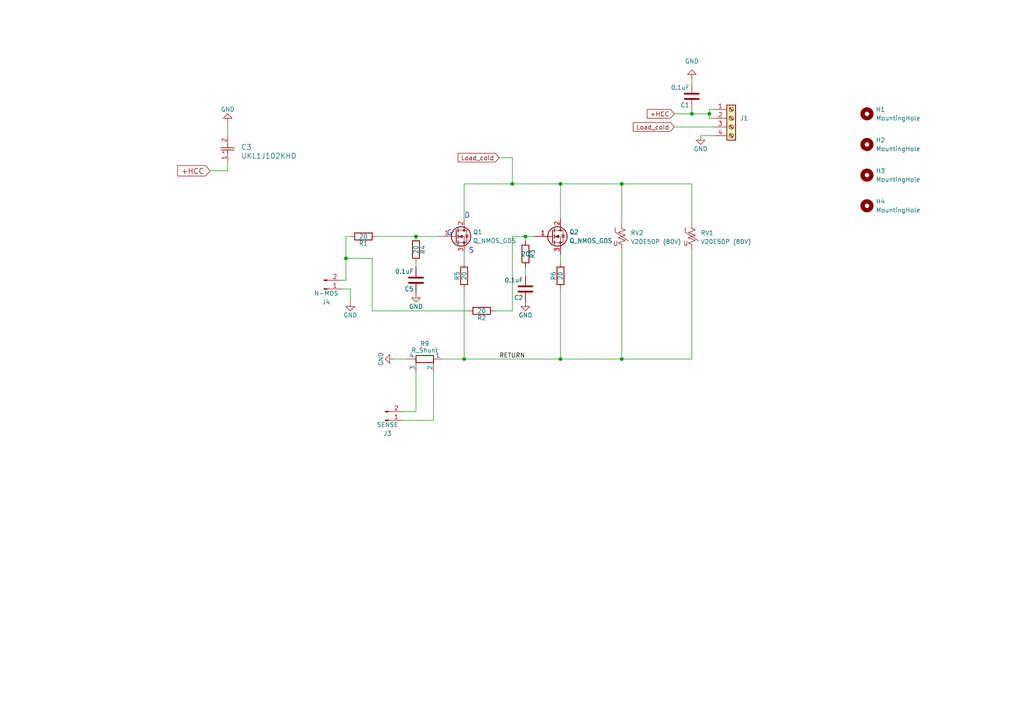
<source format=kicad_sch>
(kicad_sch (version 20231120) (generator "eeschema") (generator_version "8.0")
  (paper "A4")
  (lib_symbols
    (symbol "Capacitors:UKL1J102KHD" (pin_names (offset 0.254))
      (property "Reference" "C" (at 3.81 3.81 0))
      (property "Value" "UKL1J102KHD" (at 3.81 -3.81 0))
      (symbol "UKL1J102KHD_1_1"
        (polyline (pts (xy 2.54 0) (xy 3.4798 0)) (stroke (width 0.2032)))
        (polyline (pts (xy 2.54 1.27) (xy 3.175 1.27)) (stroke (width 0.127)))
        (polyline (pts (xy 2.8575 1.5875) (xy 2.8575 0.9525)) (stroke (width 0.127)))
        (polyline (pts (xy 3.4798 -1.905) (xy 3.4798 1.905)) (stroke (width 0.2032)))
        (polyline (pts (xy 4.1148 -1.905) (xy 4.1148 1.905)) (stroke (width 0.2032)))
        (polyline (pts (xy 4.1148 0) (xy 5.08 0)) (stroke (width 0.2032)))
        (pin unspecified line (at 0 0 0) (length 2.54) (name "") (number "1"))
        (pin unspecified line (at 7.62 0 180) (length 2.54) (name "") (number "2"))
      )
      (symbol "UKL1J102KHD_1_2"
        (polyline (pts (xy -1.905 -4.1148) (xy 1.905 -4.1148)) (stroke (width 0.2032)))
        (polyline (pts (xy -1.905 -3.4798) (xy 1.905 -3.4798)) (stroke (width 0.2032)))
        (polyline (pts (xy 0 -4.1148) (xy 0 -5.08)) (stroke (width 0.2032)))
        (polyline (pts (xy 0 -2.54) (xy 0 -3.4798)) (stroke (width 0.2032)))
        (polyline (pts (xy 0.3175 -1.5875) (xy 0.9525 -1.5875)) (stroke (width 0.127)))
        (polyline (pts (xy 0.635 -1.27) (xy 0.635 -1.905)) (stroke (width 0.127)))
        (pin unspecified line (at 0 0 270) (length 2.54) (name "") (number "1"))
        (pin unspecified line (at 0 -7.62 90) (length 2.54) (name "") (number "2"))
      )
    )
    (symbol "Connector:Conn_01x02_Pin" (pin_names (offset 1.016) hide)
      (property "Reference" "J" (at 0 2.54 0))
      (property "Value" "Conn_01x02_Pin" (at 0 -5.08 0))
      (symbol "Conn_01x02_Pin_1_1"
        (polyline (pts (xy 1.27 -2.54) (xy 0.8636 -2.54)) (stroke (width 0.1524)))
        (polyline (pts (xy 1.27 0) (xy 0.8636 0)) (stroke (width 0.1524)))
        (rectangle (start 0.8636 -2.413) (end 0 -2.667) (stroke (width 0.1524)) (fill (type outline)))
        (rectangle (start 0.8636 0.127) (end 0 -0.127) (stroke (width 0.1524)) (fill (type outline)))
        (pin passive line (at 5.08 0 180) (length 3.81) (name "Pin_1") (number "1"))
        (pin passive line (at 5.08 -2.54 180) (length 3.81) (name "Pin_2") (number "2"))
      )
    )
    (symbol "Connector:Screw_Terminal_01x04" (pin_names (offset 1.016) hide)
      (property "Reference" "J" (at 0 5.08 0))
      (property "Value" "Screw_Terminal_01x04" (at 0 -7.62 0))
      (symbol "Screw_Terminal_01x04_1_1"
        (rectangle (start -1.27 3.81) (end 1.27 -6.35) (stroke (width 0.254)) (fill (type background)))
        (circle (center 0 -5.08) (radius 0.635) (stroke (width 0.1524)))
        (circle (center 0 -2.54) (radius 0.635) (stroke (width 0.1524)))
        (polyline (pts (xy -0.5334 -4.7498) (xy 0.3302 -5.588)) (stroke (width 0.1524)))
        (polyline (pts (xy -0.5334 -2.2098) (xy 0.3302 -3.048)) (stroke (width 0.1524)))
        (polyline (pts (xy -0.5334 0.3302) (xy 0.3302 -0.508)) (stroke (width 0.1524)))
        (polyline (pts (xy -0.5334 2.8702) (xy 0.3302 2.032)) (stroke (width 0.1524)))
        (polyline (pts (xy -0.3556 -4.572) (xy 0.508 -5.4102)) (stroke (width 0.1524)))
        (polyline (pts (xy -0.3556 -2.032) (xy 0.508 -2.8702)) (stroke (width 0.1524)))
        (polyline (pts (xy -0.3556 0.508) (xy 0.508 -0.3302)) (stroke (width 0.1524)))
        (polyline (pts (xy -0.3556 3.048) (xy 0.508 2.2098)) (stroke (width 0.1524)))
        (circle (center 0 0) (radius 0.635) (stroke (width 0.1524)))
        (circle (center 0 2.54) (radius 0.635) (stroke (width 0.1524)))
        (pin passive line (at -5.08 2.54 0) (length 3.81) (name "Pin_1") (number "1"))
        (pin passive line (at -5.08 0 0) (length 3.81) (name "Pin_2") (number "2"))
        (pin passive line (at -5.08 -2.54 0) (length 3.81) (name "Pin_3") (number "3"))
        (pin passive line (at -5.08 -5.08 0) (length 3.81) (name "Pin_4") (number "4"))
      )
    )
    (symbol "Device:Varistor_US" (pin_numbers hide) (pin_names (offset 0))
      (property "Reference" "RV" (at 3.175 0 90))
      (property "Value" "Varistor_US" (at -3.175 0 90))
      (symbol "Varistor_US_0_0"
        (text "U" (at -1.778 -2.032 0) (effects (font (size 1.27 1.27))))
      )
      (symbol "Varistor_US_0_1"
        (polyline (pts (xy 0 -2.286) (xy 0 -2.54)))
        (polyline (pts (xy 0 2.286) (xy 0 2.54)))
        (polyline (pts (xy -1.905 2.54) (xy -1.905 1.27) (xy 1.905 -1.27)))
        (polyline (pts (xy 0 -0.762) (xy 1.016 -1.143) (xy 0 -1.524) (xy -1.016 -1.905) (xy 0 -2.286)))
        (polyline (pts (xy 0 0.762) (xy 1.016 0.381) (xy 0 0) (xy -1.016 -0.381) (xy 0 -0.762)))
        (polyline (pts (xy 0 2.286) (xy 1.016 1.905) (xy 0 1.524) (xy -1.016 1.143) (xy 0 0.762)))
      )
      (symbol "Varistor_US_1_1"
        (pin passive line (at 0 3.81 270) (length 1.27) (name "~") (number "1"))
        (pin passive line (at 0 -3.81 90) (length 1.27) (name "~") (number "2"))
      )
    )
    (symbol "Mechanical:MountingHole" (pin_names (offset 1.016))
      (property "Reference" "H" (at 0 5.08 0))
      (property "Value" "MountingHole" (at 0 3.175 0))
      (symbol "MountingHole_0_1"
        (circle (center 0 0) (radius 1.27) (stroke (width 1.27)))
      )
    )
    (symbol "power:GND" (power) (pin_names (offset 0))
      (property "Value" "GND" (at 0 -3.81 0))
      (symbol "GND_0_1"
        (polyline (pts (xy 0 0) (xy 0 -1.27) (xy 1.27 -1.27) (xy 0 -2.54) (xy -1.27 -1.27) (xy 0 -1.27)))
      )
      (symbol "GND_1_1"
        (pin power_in line (at 0 0 270) (length 0) hide (name "GND") (number "1"))
      )
    )
    (symbol "rear-rescue:C-rear-rescue" (pin_numbers hide) (pin_names (offset 0.254))
      (property "Reference" "C" (at 0.635 2.54 0))
      (property "Value" "rear-rescue_C" (at 0.635 -2.54 0))
      (symbol "C-rear-rescue_0_1"
        (polyline (pts (xy -2.032 -0.762) (xy 2.032 -0.762)) (stroke (width 0.508)))
        (polyline (pts (xy -2.032 0.762) (xy 2.032 0.762)) (stroke (width 0.508)))
      )
      (symbol "C-rear-rescue_1_1"
        (pin passive line (at 0 3.81 270) (length 2.794) (name "~") (number "1"))
        (pin passive line (at 0 -3.81 90) (length 2.794) (name "~") (number "2"))
      )
    )
    (symbol "rear-rescue:GND-rear-rescue" (power) (pin_names (offset 0))
      (property "Value" "GND-rear-rescue" (at 0 -3.81 0))
      (symbol "GND-rear-rescue_0_1"
        (polyline (pts (xy 0 0) (xy 0 -1.27) (xy 1.27 -1.27) (xy 0 -2.54) (xy -1.27 -1.27) (xy 0 -1.27)))
      )
      (symbol "GND-rear-rescue_1_1"
        (pin power_in line (at 0 0 270) (length 0) hide (name "GND") (number "1"))
      )
    )
    (symbol "rear-rescue:Q_NMOS_GDS-rear-rescue" (pin_names (offset 0) hide)
      (property "Reference" "Q" (at 5.08 1.27 0))
      (property "Value" "rear-rescue_Q_NMOS_GDS" (at 5.08 -1.27 0))
      (symbol "Q_NMOS_GDS-rear-rescue_0_1"
        (polyline (pts (xy 0.0508 0) (xy 0.254 0)))
        (polyline (pts (xy 0.762 -1.778) (xy 2.54 -1.778)))
        (polyline (pts (xy 0.762 -1.27) (xy 0.762 -2.286)) (stroke (width 0.254)))
        (polyline (pts (xy 0.762 0) (xy 2.54 0)))
        (polyline (pts (xy 0.762 0.508) (xy 0.762 -0.508)) (stroke (width 0.254)))
        (polyline (pts (xy 0.762 1.778) (xy 2.54 1.778)))
        (polyline (pts (xy 0.762 2.286) (xy 0.762 1.27)) (stroke (width 0.254)))
        (polyline (pts (xy 2.54 -1.778) (xy 2.54 -2.54)))
        (polyline (pts (xy 2.54 -1.778) (xy 2.54 0)))
        (polyline (pts (xy 2.54 2.54) (xy 2.54 1.778)))
        (polyline (pts (xy 0.254 1.905) (xy 0.254 -1.905) (xy 0.254 -1.905)) (stroke (width 0.254)))
        (polyline (pts (xy 1.016 0) (xy 2.032 0.381) (xy 2.032 -0.381) (xy 1.016 0)) (fill (type outline)))
        (polyline (pts (xy 2.54 -1.778) (xy 3.302 -1.778) (xy 3.302 1.778) (xy 2.54 1.778)))
        (polyline (pts (xy 2.794 0.508) (xy 2.921 0.381) (xy 3.683 0.381) (xy 3.81 0.254)))
        (polyline (pts (xy 3.302 0.381) (xy 2.921 -0.254) (xy 3.683 -0.254) (xy 3.302 0.381)))
        (circle (center 1.651 0) (radius 2.8194) (stroke (width 0.254)))
        (circle (center 2.54 -1.778) (radius 0.2794) (fill (type outline)))
        (circle (center 2.54 1.778) (radius 0.2794) (fill (type outline)))
      )
      (symbol "Q_NMOS_GDS-rear-rescue_1_1"
        (pin input line (at -5.08 0 0) (length 5.08) (name "G") (number "1"))
        (pin passive line (at 2.54 5.08 270) (length 2.54) (name "D") (number "2"))
        (pin passive line (at 2.54 -5.08 90) (length 2.54) (name "S") (number "3"))
      )
    )
    (symbol "rear-rescue:R-rear-rescue" (pin_numbers hide) (pin_names (offset 0))
      (property "Reference" "R" (at 2.032 0 90))
      (property "Value" "rear-rescue_R" (at 0 0 90))
      (symbol "R-rear-rescue_0_1"
        (rectangle (start -1.016 -2.54) (end 1.016 2.54) (stroke (width 0.254)))
      )
      (symbol "R-rear-rescue_1_1"
        (pin passive line (at 0 3.81 270) (length 1.27) (name "~") (number "1"))
        (pin passive line (at 0 -3.81 90) (length 1.27) (name "~") (number "2"))
      )
    )
    (symbol "rear-rescue:R_Shunt-rear-rescue" (pin_numbers hide) (pin_names (offset 0))
      (property "Reference" "R" (at -4.445 0 90))
      (property "Value" "rear-rescue_R_Shunt" (at -2.54 0 90))
      (symbol "R_Shunt-rear-rescue_0_1"
        (rectangle (start -1.016 -2.54) (end 1.016 2.54) (stroke (width 0.254)))
        (polyline (pts (xy 0 -2.54) (xy 1.27 -2.54)))
        (polyline (pts (xy 1.27 2.54) (xy 0 2.54)))
      )
      (symbol "R_Shunt-rear-rescue_1_1"
        (pin passive line (at 0 5.08 270) (length 2.54) (name "1") (number "1"))
        (pin passive line (at 3.81 2.54 180) (length 2.54) (name "2") (number "2"))
        (pin passive line (at 3.81 -2.54 180) (length 2.54) (name "3") (number "3"))
        (pin passive line (at 0 -5.08 90) (length 2.54) (name "4") (number "4"))
      )
    )
  )
  (junction (at 120.65 68.58))
  (junction (at 162.56 53.34))
  (junction (at 162.56 104.14))
  (junction (at 180.34 53.34))
  (junction (at 205.74 33.02))
  (junction (at 148.59 53.34))
  (junction (at 180.34 104.14))
  (junction (at 100.33 74.93))
  (junction (at 134.62 104.14))
  (junction (at 200.66 33.02))
  (junction (at 152.4 68.58))
  (wire (pts (xy 66.04 49.53) (xy 66.04 46.99)))
  (wire (pts (xy 162.56 53.34) (xy 180.34 53.34)))
  (wire (pts (xy 200.66 22.86) (xy 200.66 24.13)))
  (wire (pts (xy 152.4 77.47) (xy 152.4 80.01)))
  (wire (pts (xy 116.84 121.92) (xy 125.73 121.92)))
  (wire (pts (xy 144.78 45.72) (xy 148.59 45.72)))
  (wire (pts (xy 128.27 104.14) (xy 134.62 104.14)))
  (wire (pts (xy 60.96 49.53) (xy 66.04 49.53)))
  (wire (pts (xy 134.62 53.34) (xy 148.59 53.34)))
  (wire (pts (xy 180.34 64.77) (xy 180.34 53.34)))
  (wire (pts (xy 162.56 53.34) (xy 162.56 63.5)))
  (wire (pts (xy 152.4 68.58) (xy 152.4 69.85)))
  (wire (pts (xy 180.34 104.14) (xy 162.56 104.14)))
  (wire (pts (xy 162.56 73.66) (xy 162.56 76.2)))
  (wire (pts (xy 66.04 35.56) (xy 66.04 39.37)))
  (wire (pts (xy 148.59 90.17) (xy 148.59 68.58)))
  (wire (pts (xy 180.34 72.39) (xy 180.34 104.14)))
  (wire (pts (xy 109.22 68.58) (xy 120.65 68.58)))
  (wire (pts (xy 143.51 90.17) (xy 148.59 90.17)))
  (wire (pts (xy 148.59 45.72) (xy 148.59 53.34)))
  (wire (pts (xy 205.74 31.75) (xy 205.74 33.02)))
  (wire (pts (xy 120.65 68.58) (xy 127 68.58)))
  (wire (pts (xy 195.58 33.02) (xy 200.66 33.02)))
  (wire (pts (xy 99.06 83.82) (xy 101.6 83.82)))
  (wire (pts (xy 200.66 33.02) (xy 205.74 33.02)))
  (wire (pts (xy 125.73 107.95) (xy 125.73 121.92)))
  (wire (pts (xy 148.59 68.58) (xy 152.4 68.58)))
  (wire (pts (xy 134.62 73.66) (xy 134.62 76.2)))
  (wire (pts (xy 107.95 74.93) (xy 100.33 74.93)))
  (wire (pts (xy 162.56 104.14) (xy 134.62 104.14)))
  (wire (pts (xy 152.4 68.58) (xy 154.94 68.58)))
  (wire (pts (xy 100.33 68.58) (xy 100.33 74.93)))
  (wire (pts (xy 118.11 104.14) (xy 114.3 104.14)))
  (wire (pts (xy 205.74 34.29) (xy 205.74 33.02)))
  (wire (pts (xy 148.59 53.34) (xy 162.56 53.34)))
  (wire (pts (xy 100.33 74.93) (xy 100.33 81.28)))
  (wire (pts (xy 203.2 39.37) (xy 207.01 39.37)))
  (wire (pts (xy 107.95 90.17) (xy 135.89 90.17)))
  (wire (pts (xy 180.34 53.34) (xy 200.66 53.34)))
  (wire (pts (xy 200.66 104.14) (xy 180.34 104.14)))
  (wire (pts (xy 195.58 36.83) (xy 207.01 36.83)))
  (wire (pts (xy 205.74 31.75) (xy 207.01 31.75)))
  (wire (pts (xy 107.95 90.17) (xy 107.95 74.93)))
  (wire (pts (xy 120.65 107.95) (xy 120.65 119.38)))
  (wire (pts (xy 162.56 83.82) (xy 162.56 104.14)))
  (wire (pts (xy 200.66 64.77) (xy 200.66 53.34)))
  (wire (pts (xy 134.62 53.34) (xy 134.62 63.5)))
  (wire (pts (xy 101.6 68.58) (xy 100.33 68.58)))
  (wire (pts (xy 120.65 76.2) (xy 120.65 77.47)))
  (wire (pts (xy 200.66 72.39) (xy 200.66 104.14)))
  (wire (pts (xy 101.6 83.82) (xy 101.6 87.63)))
  (wire (pts (xy 200.66 31.75) (xy 200.66 33.02)))
  (wire (pts (xy 134.62 83.82) (xy 134.62 104.14)))
  (wire (pts (xy 99.06 81.28) (xy 100.33 81.28)))
  (wire (pts (xy 207.01 34.29) (xy 205.74 34.29)))
  (wire (pts (xy 116.84 119.38) (xy 120.65 119.38)))
  (text "G" (at 129.54 68.58 0) (effects (font (size 1.524 1.524)) (justify left bottom)))
  (text "S" (at 135.89 73.66 0) (effects (font (size 1.524 1.524)) (justify left bottom)))
  (text "D" (at 134.62 63.5 0) (effects (font (size 1.524 1.524)) (justify left bottom)))
  (label "RETURN" (at 144.78 104.14 0))
  (global_label "+HCC" (shape input) (at 195.58 33.02 180) (property "Intersheetrefs" "${INTERSHEET_REFS}" (effects (hide yes))))
  (global_label "Load_cold" (shape input) (at 144.78 45.72 180) (property "Intersheetrefs" "${INTERSHEET_REFS}" (effects (hide yes))))
  (global_label "Load_cold" (shape input) (at 195.58 36.83 180) (property "Intersheetrefs" "${INTERSHEET_REFS}" (effects (hide yes))))
  (global_label "+HCC" (shape input) (at 60.96 49.53 180) (effects (font (size 1.524 1.524))) (property "Intersheetrefs" "${INTERSHEET_REFS}" (effects (hide yes))))
  (symbol (lib_id "rear-rescue:Q_NMOS_GDS-rear-rescue") (at 132.08 68.58 0) (unit 1)
    (property "Reference" "Q1" (at 137.16 67.31 0) (effects (justify left)))
    (property "Value" "Q_NMOS_GDS" (at 137.16 69.85 0) (effects (justify left)))
    (property "Footprint" "zmyfootprint:PowerMOS" (effects (hide yes)))
    (property "DIGIKEY PARTNO" "IXFN520N075T2-ND" (effects (hide yes)))
  )
  (symbol (lib_id "rear-rescue:R_Shunt-rear-rescue") (at 123.19 104.14 270) (unit 1)
    (property "Reference" "R9" (at 123.19 99.695 90))
    (property "Value" "R_Shunt" (at 123.19 101.6 90))
    (property "Footprint" "Resistor_THT:SIP-4-ShuntResistor-Riedon" (effects (hide yes)))
  )
  (symbol (lib_id "rear-rescue:GND-rear-rescue") (at 114.3 104.14 270) (unit 1)
    (property "Reference" "#PWR05" (effects (hide yes)))
    (property "Value" "GND" (at 110.49 104.14 0))
  )
  (symbol (lib_id "rear-rescue:GND-rear-rescue") (at 66.04 35.56 180) (unit 1)
    (property "Reference" "#PWR06" (effects (hide yes)))
    (property "Value" "GND" (at 66.04 31.75 0))
  )
  (symbol (lib_id "rear-rescue:C-rear-rescue") (at 120.65 81.28 180) (unit 1)
    (property "Reference" "C5" (at 120.015 83.82 0) (effects (justify left)))
    (property "Value" "0.1uF" (at 120.015 78.74 0) (effects (justify left)))
    (property "Footprint" "Capacitor_SMD:C_0603_1608Metric" (effects (hide yes)))
    (property "DIGIKEY PARTNO" "399-6853-1-ND" (effects (hide yes)))
    (property "MPN" "C0603C104J5RACAUTO" (effects (hide yes)))
  )
  (symbol (lib_id "rear-rescue:R-rear-rescue") (at 105.41 68.58 270) (unit 1)
    (property "Reference" "R1" (at 105.41 70.612 90))
    (property "Value" "20" (at 105.41 68.58 90))
    (property "Footprint" "Resistor_SMD:R_0603_1608Metric_Pad0.98x0.95mm_HandSolder" (effects (hide yes)))
    (property "DIGIKEY PARTNO" "P20.00BYCT-ND" (effects (hide yes)))
  )
  (symbol (lib_id "power:GND") (at 200.66 22.86 0) (mirror x) (unit 1)
    (property "Reference" "#PWR03" (effects (hide yes)))
    (property "Value" "GND" (at 200.66 17.78 0))
  )
  (symbol (lib_id "Mechanical:MountingHole") (at 251.46 50.8 0) (unit 1)
    (property "Reference" "H3" (at 254 49.53 0) (effects (justify left)))
    (property "Value" "MountingHole" (at 254 52.07 0) (effects (justify left)))
    (property "Footprint" "MountingHole:MountingHole_4mm" (effects (hide yes)))
  )
  (symbol (lib_id "Connector:Screw_Terminal_01x04") (at 212.09 34.29 0) (unit 1)
    (property "Reference" "J1" (at 214.63 34.2899 0) (effects (justify left)))
    (property "Value" "Screw_Terminal_01x04" (effects (hide yes)))
    (property "Footprint" "zmyfootprint:CONN_2453710000" (effects (hide yes)))
    (property "Description" "Generic screw terminal, single row, 01x04, script generated (kicad-library-utils/schlib/autogen/connector/)" (effects (hide yes)))
  )
  (symbol (lib_id "Device:Varistor_US") (at 180.34 68.58 0) (unit 1)
    (property "Reference" "RV2" (at 182.88 67.5667 0) (effects (justify left)))
    (property "Value" "V20E50P (80V)" (at 182.88 70.1067 0) (effects (justify left)))
    (property "Footprint" "Varistor:RV_Disc_D15.5mm_W7.5mm_P7.5mm" (effects (hide yes)))
    (property "Description" "Voltage dependent resistor, US symbol" (effects (hide yes)))
    (property "Sim.Name" "kicad_builtin_varistor" (effects (hide yes)))
    (property "Sim.Device" "SUBCKT" (effects (hide yes)))
    (property "Sim.Pins" "1=A 2=B" (effects (hide yes)))
    (property "Sim.Params" "threshold=1k" (effects (hide yes)))
    (property "Sim.Library" "${KICAD7_SYMBOL_DIR}/Simulation_SPICE.sp" (effects (hide yes)))
    (property "DIGIKEY" "F6901-ND" (effects (hide yes)))
    (property "PARTNO" "V20E50P" (effects (hide yes)))
  )
  (symbol (lib_id "rear-rescue:Q_NMOS_GDS-rear-rescue") (at 160.02 68.58 0) (unit 1)
    (property "Reference" "Q2" (at 165.1 67.31 0) (effects (justify left)))
    (property "Value" "Q_NMOS_GDS" (at 165.1 69.85 0) (effects (justify left)))
    (property "Footprint" "zmyfootprint:PowerMOS" (effects (hide yes)))
    (property "DIGIKEY PARTNO" "IXFN520N075T2-ND" (effects (hide yes)))
  )
  (symbol (lib_id "rear-rescue:R-rear-rescue") (at 139.7 90.17 270) (unit 1)
    (property "Reference" "R2" (at 139.7 92.202 90))
    (property "Value" "20" (at 139.7 90.17 90))
    (property "Footprint" "Resistor_SMD:R_0603_1608Metric_Pad0.98x0.95mm_HandSolder" (effects (hide yes)))
    (property "DIGIKEY PARTNO" "P20.00BYCT-ND" (effects (hide yes)))
  )
  (symbol (lib_id "Capacitors:UKL1J102KHD") (at 66.04 46.99 90) (unit 1)
    (property "Reference" "C3" (at 69.85 42.6847 90) (effects (font (size 1.524 1.524)) (justify right)))
    (property "Value" "UKL1J102KHD" (at 69.85 45.2247 90) (effects (font (size 1.524 1.524)) (justify right)))
    (property "Footprint" "CAP_UBY_18X35P5_NCH" (effects (hide yes)))
    (property "Datasheet" "UKL1J102KHD" (effects (hide yes)))
  )
  (symbol (lib_id "Connector:Conn_01x02_Pin") (at 111.76 121.92 0) (mirror x) (unit 1)
    (property "Reference" "J3" (at 112.395 125.73 0))
    (property "Value" "SENSE" (at 112.395 123.19 0))
    (property "Footprint" "Connector_PinHeader_2.54mm:PinHeader_1x02_P2.54mm_Vertical" (effects (hide yes)))
  )
  (symbol (lib_id "rear-rescue:C-rear-rescue") (at 152.4 83.82 180) (unit 1)
    (property "Reference" "C2" (at 151.765 86.36 0) (effects (justify left)))
    (property "Value" "0.1uF" (at 151.765 81.28 0) (effects (justify left)))
    (property "Footprint" "Capacitor_SMD:C_0603_1608Metric" (effects (hide yes)))
    (property "DIGIKEY PARTNO" "399-6853-1-ND" (effects (hide yes)))
    (property "MPN" "C0603C104J5RACAUTO" (effects (hide yes)))
  )
  (symbol (lib_id "rear-rescue:C-rear-rescue") (at 200.66 27.94 180) (unit 1)
    (property "Reference" "C1" (at 200.025 30.48 0) (effects (justify left)))
    (property "Value" "0.1uF" (at 200.025 25.4 0) (effects (justify left)))
    (property "Footprint" "Capacitor_SMD:C_0603_1608Metric" (effects (hide yes)))
    (property "DIGIKEY PARTNO" "399-6853-1-ND" (effects (hide yes)))
    (property "MPN" "C0603C104J5RACAUTO" (effects (hide yes)))
  )
  (symbol (lib_id "Mechanical:MountingHole") (at 251.46 41.91 0) (unit 1)
    (property "Reference" "H2" (at 254 40.64 0) (effects (justify left)))
    (property "Value" "MountingHole" (at 254 43.18 0) (effects (justify left)))
    (property "Footprint" "MountingHole:MountingHole_4mm" (effects (hide yes)))
  )
  (symbol (lib_id "rear-rescue:GND-rear-rescue") (at 152.4 87.63 0) (unit 1)
    (property "Reference" "#PWR04" (effects (hide yes)))
    (property "Value" "GND" (at 152.4 91.44 0))
  )
  (symbol (lib_id "Mechanical:MountingHole") (at 251.46 59.69 0) (unit 1)
    (property "Reference" "H4" (at 254 58.42 0) (effects (justify left)))
    (property "Value" "MountingHole" (at 254 60.96 0) (effects (justify left)))
    (property "Footprint" "MountingHole:MountingHole_4mm" (effects (hide yes)))
  )
  (symbol (lib_id "rear-rescue:GND-rear-rescue") (at 120.65 85.09 0) (unit 1)
    (property "Reference" "#PWR02" (effects (hide yes)))
    (property "Value" "GND" (at 120.65 88.9 0))
  )
  (symbol (lib_id "Mechanical:MountingHole") (at 251.46 33.02 0) (unit 1)
    (property "Reference" "H1" (at 254 31.75 0) (effects (justify left)))
    (property "Value" "MountingHole" (at 254 34.29 0) (effects (justify left)))
    (property "Footprint" "MountingHole:MountingHole_4mm" (effects (hide yes)))
  )
  (symbol (lib_id "rear-rescue:R-rear-rescue") (at 120.65 72.39 0) (unit 1)
    (property "Reference" "R4" (at 122.682 72.39 90))
    (property "Value" "20" (at 120.65 72.39 90))
    (property "Footprint" "Resistor_SMD:R_0603_1608Metric_Pad0.98x0.95mm_HandSolder" (effects (hide yes)))
    (property "DIGIKEY PARTNO" "P20.00BYCT-ND" (effects (hide yes)))
  )
  (symbol (lib_id "rear-rescue:R-rear-rescue") (at 152.4 73.66 0) (unit 1)
    (property "Reference" "R3" (at 154.432 73.66 90))
    (property "Value" "20" (at 152.4 73.66 0))
    (property "Footprint" "Resistor_SMD:R_0603_1608Metric_Pad0.98x0.95mm_HandSolder" (effects (hide yes)))
    (property "DIGIKEY PARTNO" "P20.00BYCT-ND" (effects (hide yes)))
  )
  (symbol (lib_id "Device:Varistor_US") (at 200.66 68.58 0) (unit 1)
    (property "Reference" "RV1" (at 203.2 67.5667 0) (effects (justify left)))
    (property "Value" "V20E50P (80V)" (at 203.2 70.1067 0) (effects (justify left)))
    (property "Footprint" "Varistor:RV_Disc_D15.5mm_W7.5mm_P7.5mm" (effects (hide yes)))
    (property "Description" "Voltage dependent resistor, US symbol" (effects (hide yes)))
    (property "Sim.Name" "kicad_builtin_varistor" (effects (hide yes)))
    (property "Sim.Device" "SUBCKT" (effects (hide yes)))
    (property "Sim.Pins" "1=A 2=B" (effects (hide yes)))
    (property "Sim.Params" "threshold=1k" (effects (hide yes)))
    (property "Sim.Library" "${KICAD7_SYMBOL_DIR}/Simulation_SPICE.sp" (effects (hide yes)))
    (property "DIGIKEY" "F6901-ND" (effects (hide yes)))
    (property "PARTNO" "V20E50P" (effects (hide yes)))
  )
  (symbol (lib_id "rear-rescue:GND-rear-rescue") (at 101.6 87.63 0) (unit 1)
    (property "Reference" "#PWR09" (effects (hide yes)))
    (property "Value" "GND" (at 101.6 91.44 0))
  )
  (symbol (lib_id "rear-rescue:R-rear-rescue") (at 134.62 80.01 180) (unit 1)
    (property "Reference" "R5" (at 132.588 80.01 90))
    (property "Value" "20" (at 134.62 80.01 90))
    (property "Footprint" "zmyfootprint:res_2818" (effects (hide yes)))
    (property "DIGIKEY" "541-3276-1-ND" (effects (hide yes)))
    (property "PARTNO" "WSHP2818R0100FEA" (effects (hide yes)))
  )
  (symbol (lib_id "Connector:Conn_01x02_Pin") (at 93.98 83.82 0) (mirror x) (unit 1)
    (property "Reference" "J4" (at 94.615 87.63 0))
    (property "Value" "N-MOS" (at 94.615 85.09 0))
    (property "Footprint" "Connector_PinHeader_2.54mm:PinHeader_1x02_P2.54mm_Vertical" (effects (hide yes)))
  )
  (symbol (lib_id "rear-rescue:GND-rear-rescue") (at 203.2 39.37 0) (unit 1)
    (property "Reference" "#PWR07" (effects (hide yes)))
    (property "Value" "GND" (at 203.2 43.18 0))
  )
  (symbol (lib_id "rear-rescue:R-rear-rescue") (at 162.56 80.01 180) (unit 1)
    (property "Reference" "R6" (at 160.528 80.01 90))
    (property "Value" "20" (at 162.56 80.01 90))
    (property "Footprint" "zmyfootprint:res_2818" (effects (hide yes)))
    (property "DIGIKEY" "541-3276-1-ND" (effects (hide yes)))
    (property "PARTNO" "WSHP2818R0100FEA" (effects (hide yes)))
  )
)
</source>
